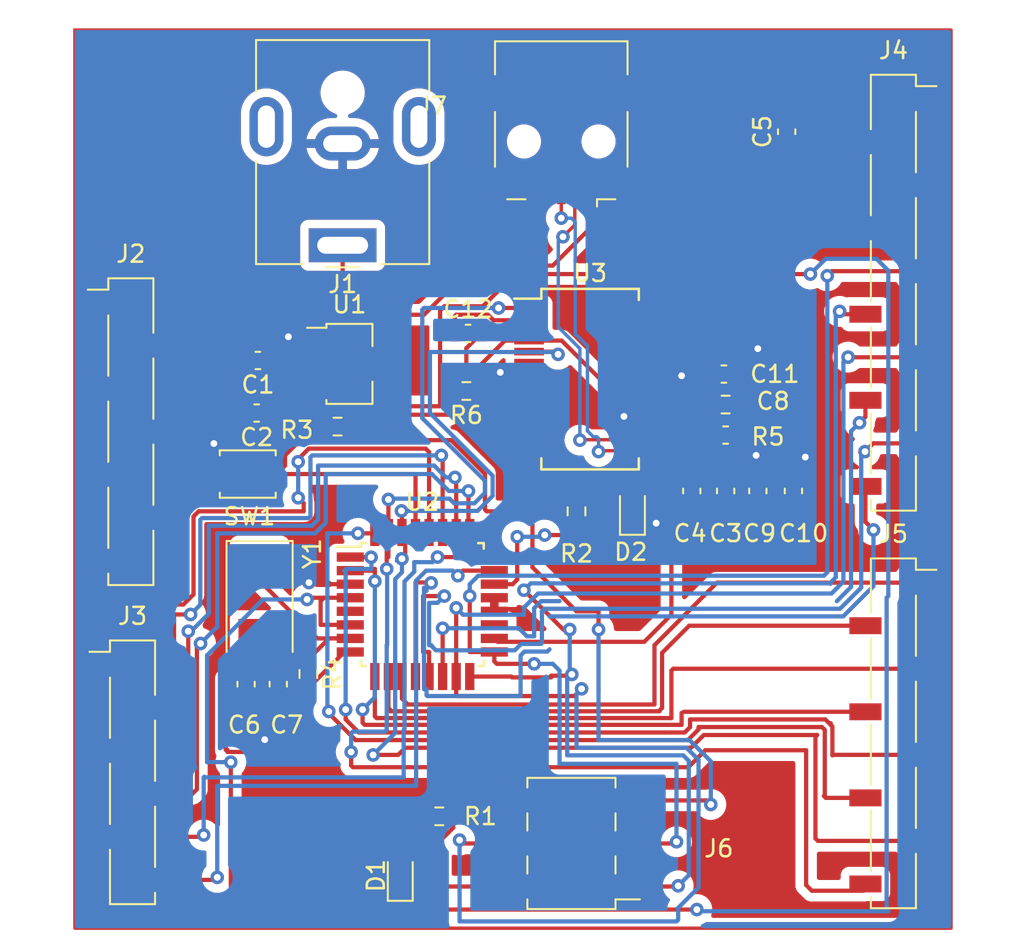
<source format=kicad_pcb>
(kicad_pcb (version 20211014) (generator pcbnew)
  (layers (0 "F.Cu" signal) (31 "B.Cu" signal) (34 "B.Paste" user) (35 "F.Paste" user) (36 "B.SilkS" user "B.Silkscreen") (37 "F.SilkS" user "F.Silkscreen") (38 "B.Mask" user) (39 "F.Mask" user) (44 "Edge.Cuts" user))
  (net 0 "")
  (net 1 "Vin")
  (net 2 "GND")
  (net 3 "5V")
  (net 4 "Net-(C6-Pad1)")
  (net 5 "Net-(C7-Pad1)")
  (net 6 "Net-(C8-Pad1)")
  (net 7 "Net-(C11-Pad1)")
  (net 8 "Net-(C12-Pad1)")
  (net 9 "RESET")
  (net 10 "Net-(D1-Pad2)")
  (net 11 "Net-(D2-Pad2)")
  (net 16 "ADC5")
  (net 17 "ADC4")
  (net 18 "ADC3")
  (net 19 "ADC2")
  (net 20 "ADC1")
  (net 21 "ADC0")
  (net 25 "PB5")
  (net 26 "PB4")
  (net 27 "PB3")
  (net 28 "PB2")
  (net 29 "PB1")
  (net 30 "PB0")
  (net 31 "PD7")
  (net 32 "PD6")
  (net 33 "PD5")
  (net 34 "PD4")
  (net 35 "PD3")
  (net 36 "PD2")
  (net 37 "/TX")
  (net 38 "/RX")
  (net 39 "D LED")
  (net 49 "/D-")
  (net 50 "/D+")
  (footprint "Capacitor_SMD:C_0603_1608Metric" (layer "F.Cu") (at 100.5 72.9 -90)
    (fp_text reference "C3")
    (fp_text value "100 nF")
  )
  (footprint "Capacitor_SMD:C_0603_1608Metric" (layer "F.Cu") (at 85.3 63.6)
    (fp_text reference "C12")
    (fp_text value "100 nF")
  )
  (footprint "Resistor_SMD:R_0603_1608Metric" (layer "F.Cu") (at 100.5 67.8 180)
    (fp_text reference "R5")
    (fp_text value "10K")
  )
  (footprint "Package_SO:SSOP-28_5.3x10.2mm_P0.65mm" (layer "F.Cu") (at 92.5 66.3)
    (fp_text reference "U3")
    (fp_text value "FT232RL")
  )
  (footprint "Capacitor_SMD:C_0603_1608Metric" (layer "F.Cu") (at 100.5 69.6)
    (fp_text reference "C8")
    (fp_text value "100 nF")
  )
  (footprint "Capacitor_SMD:C_0603_1608Metric" (layer "F.Cu") (at 104.5 72.9 -90)
    (fp_text reference "C10")
    (fp_text value "4.7 uF")
  )
  (footprint "Connector_PinSocket_2.54mm:PinSocket_1x10_P2.54mm_Vertical_SMD_Pin1Right" (layer "F.Cu") (at 110.4 61.2)
    (fp_text reference "J4")
    (fp_text value "Conn_01x10_Female")
  )
  (footprint "LED_SMD:LED_0603_1608Metric" (layer "F.Cu") (at 95 74 90)
    (fp_text reference "D2")
    (fp_text value "LED")
  )
  (footprint "Connector_PinSocket_2.54mm:PinSocket_1x07_P2.54mm_Vertical_SMD_Pin1Left" (layer "F.Cu") (at 65.4 69.4)
    (fp_text reference "J2")
    (fp_text value "Conn_01x07_Female")
  )
  (footprint "Capacitor_SMD:C_0603_1608Metric" (layer "F.Cu") (at 100.4 66)
    (fp_text reference "C11")
    (fp_text value "100 nF")
  )
  (footprint "Resistor_SMD:R_0603_1608Metric" (layer "F.Cu") (at 75.875 83.7 -90)
    (fp_text reference "R4")
    (fp_text value "1M")
  )
  (footprint "Connector_BarrelJack:BarrelJack_CUI_PJ-063AH_Horizontal" (layer "F.Cu") (at 77.9 58.4 180)
    (fp_text reference "J1")
    (fp_text value "Barrel_Jack")
  )
  (footprint "Capacitor_SMD:C_0603_1608Metric" (layer "F.Cu") (at 104.1 51.7 90)
    (fp_text reference "C5")
    (fp_text value "100 nF")
  )
  (footprint "Connector_PinSocket_2.54mm:PinSocket_1x06_P2.54mm_Vertical_SMD_Pin1Left" (layer "F.Cu") (at 65.5 89.5)
    (fp_text reference "J3")
    (fp_text value "Conn_01x06_Female")
  )
  (footprint "Capacitor_SMD:C_0603_1608Metric" (layer "F.Cu") (at 74.1 84.3 -90)
    (fp_text reference "C7")
    (fp_text value "20 pF")
  )
  (footprint "Connector_PinHeader_2.54mm:PinHeader_2x03_P2.54mm_Vertical_SMD" (layer "F.Cu") (at 91.4 93.7 180)
    (fp_text reference "J6")
    (fp_text value "ICSP")
  )
  (footprint "Resistor_SMD:R_0603_1608Metric" (layer "F.Cu") (at 91.7 74.1 90)
    (fp_text reference "R2")
    (fp_text value "300")
  )
  (footprint "Capacitor_SMD:C_0603_1608Metric" (layer "F.Cu") (at 72.9 65.2 180)
    (fp_text reference "C1")
    (fp_text value "10 uF")
  )
  (footprint "Crystal:Crystal_SMD_0603-2Pin_6.0x3.5mm" (layer "F.Cu") (at 73 79.2 -90)
    (fp_text reference "Y1")
    (fp_text value "CSTCE16M0V53-R0")
  )
  (footprint "Connector_PinSocket_2.54mm:PinSocket_1x08_P2.54mm_Vertical_SMD_Pin1Right" (layer "F.Cu") (at 110.4 87.2)
    (fp_text reference "J5")
    (fp_text value "Conn_01x08_Female")
  )
  (footprint "Resistor_SMD:R_0603_1608Metric" (layer "F.Cu") (at 85.2 67 180)
    (fp_text reference "R6")
    (fp_text value "10K")
  )
  (footprint "Button_Switch_SMD:SW_SPST_B3U-1000P" (layer "F.Cu") (at 72.3 71.9 180)
    (fp_text reference "SW1")
    (fp_text value "Reset_PB")
  )
  (footprint "Capacitor_SMD:C_0603_1608Metric" (layer "F.Cu") (at 102.4 72.9 -90)
    (fp_text reference "C9")
    (fp_text value "100 nF")
  )
  (footprint "LED_SMD:LED_0603_1608Metric" (layer "F.Cu") (at 81.3 95.6 90)
    (fp_text reference "D1")
    (fp_text value "LED")
  )
  (footprint "Resistor_SMD:R_0603_1608Metric" (layer "F.Cu") (at 77.6 69.1)
    (fp_text reference "R3")
    (fp_text value "10K")
  )
  (footprint "Capacitor_SMD:C_0603_1608Metric" (layer "F.Cu") (at 98.5 72.9 -90)
    (fp_text reference "C4")
    (fp_text value "100 nF")
  )
  (footprint "Package_TO_SOT_SMD:SOT-89-3" (layer "F.Cu") (at 78 65.4)
    (fp_text reference "U1")
    (fp_text value "KIA1117-5.0")
  )
  (footprint "Capacitor_SMD:C_0603_1608Metric" (layer "F.Cu") (at 72.825 68.3 180)
    (fp_text reference "C2")
    (fp_text value "100 uF")
  )
  (footprint "Package_QFP:TQFP-32_7x7mm_P0.8mm" (layer "F.Cu") (at 82.6 79.6)
    (fp_text reference "U2")
    (fp_text value "ATMEGA328P-AU")
  )
  (footprint "Connector_USB:USB_Mini-B_Lumberg_2486_01_Horizontal" (layer "F.Cu") (at 90.8 52.275 180)
    (fp_text reference "J7")
    (fp_text value "USB_B")
  )
  (footprint "Capacitor_SMD:C_0603_1608Metric" (layer "F.Cu") (at 72.2 84.3 -90)
    (fp_text reference "C6")
    (fp_text value "20 pF")
  )
  (footprint "Resistor_SMD:R_0603_1608Metric" (layer "F.Cu") (at 83.6 92.1 180)
    (fp_text reference "R1")
    (fp_text value "300")
  )
  (gr_rect (start 62.1 98.7) (end 113.8 45.7) (layer "F.Cu") (width 0.2) (fill none))
  (segment (start 76.2375 65.2) (end 76.4375 65.4) (width 0.25) (layer "F.Cu") (net 1))
  (segment (start 74.9 62.5) (end 77.9 62.5) (width 0.25) (layer "F.Cu") (net 1))
  (segment (start 78.1 62.5) (end 77.9 62.3) (width 0.25) (layer "F.Cu") (net 1))
  (segment (start 73.675 65.2) (end 76.2375 65.2) (width 0.25) (layer "F.Cu") (net 1))
  (segment (start 92.4 57.5) (end 92.4 54.975) (width 0.25) (layer "F.Cu") (net 1))
  (segment (start 90.3 59.6) (end 92.4 57.5) (width 0.25) (layer "F.Cu") (net 1))
  (segment (start 77.9 62.5) (end 78.1 62.5) (width 0.25) (layer "F.Cu") (net 1))
  (segment (start 85.6 59.6) (end 90.3 59.6) (width 0.25) (layer "F.Cu") (net 1))
  (segment (start 77.9 62.3) (end 77.9 58.4) (width 0.25) (layer "F.Cu") (net 1))
  (segment (start 77.9 62.5) (end 82.7 62.5) (width 0.25) (layer "F.Cu") (net 1))
  (segment (start 73.675 63.725) (end 74.9 62.5) (width 0.25) (layer "F.Cu") (net 1))
  (segment (start 73.675 65.2) (end 73.675 63.725) (width 0.25) (layer "F.Cu") (net 1))
  (segment (start 82.7 62.5) (end 85.6 59.6) (width 0.25) (layer "F.Cu") (net 1))
  (segment (start 87.275 65.975) (end 87.2 65.9) (width 0.25) (layer "F.Cu") (net 2))
  (segment (start 100.5 73.675) (end 98.5 73.675) (width 0.25) (layer "F.Cu") (net 2))
  (segment (start 73.225 85.075) (end 73.225 87.5005) (width 0.25) (layer "F.Cu") (net 2))
  (segment (start 96.1 66.625) (end 97.375 66.625) (width 0.25) (layer "F.Cu") (net 2))
  (segment (start 70.6 71.9) (end 70.6 70.4) (width 0.25) (layer "F.Cu") (net 2))
  (segment (start 104.5 73.675) (end 102.4 73.675) (width 0.25) (layer "F.Cu") (net 2))
  (segment (start 72.2 85.075) (end 73.225 85.075) (width 0.25) (layer "F.Cu") (net 2))
  (segment (start 97.375 66.625) (end 97.9 66.1) (width 0.25) (layer "F.Cu") (net 2))
  (segment (start 101.275 69.775) (end 102.3 70.8) (width 0.25) (layer "F.Cu") (net 2))
  (segment (start 97.9 64.7) (end 97.9 66.1) (width 0.25) (layer "F.Cu") (net 2))
  (segment (start 88.9 65.975) (end 87.275 65.975) (width 0.25) (layer "F.Cu") (net 2))
  (segment (start 101.275 69.6) (end 101.275 69.775) (width 0.25) (layer "F.Cu") (net 2))
  (segment (start 96.3875 74.7875) (end 96.4 74.8) (width 0.25) (layer "F.Cu") (net 2))
  (segment (start 101.1 64.5) (end 101.1 65.925) (width 0.25) (layer "F.Cu") (net 2))
  (segment (start 94.575 68.575) (end 94.5 68.5) (width 0.25) (layer "F.Cu") (net 2))
  (segment (start 97.225 64.025) (end 97.9 64.7) (width 0.25) (layer "F.Cu") (net 2))
  (segment (start 73.225 87.5005) (end 73.3 87.5755) (width 0.25) (layer "F.Cu") (net 2))
  (segment (start 78.35 78.4) (end 76.003766 78.4) (width 0.25) (layer "F.Cu") (net 2))
  (segment (start 105.875 73.675) (end 105.9 73.7) (width 0.25) (layer "F.Cu") (net 2))
  (segment (start 101.1 65.925) (end 101.175 66) (width 0.25) (layer "F.Cu") (net 2))
  (segment (start 96.1 68.575) (end 94.575 68.575) (width 0.25) (layer "F.Cu") (net 2))
  (segment (start 105.9 71.6) (end 105.2 70.9) (width 0.25) (layer "F.Cu") (net 2))
  (segment (start 96.1 64.025) (end 97.225 64.025) (width 0.25) (layer "F.Cu") (net 2))
  (segment (start 74.8 63.9) (end 74.7 63.8) (width 0.25) (layer "F.Cu") (net 2))
  (segment (start 76.35 63.9) (end 74.8 63.9) (width 0.25) (layer "F.Cu") (net 2))
  (segment (start 104.5 73.675) (end 105.875 73.675) (width 0.25) (layer "F.Cu") (net 2))
  (segment (start 95 74.7875) (end 96.3875 74.7875) (width 0.25) (layer "F.Cu") (net 2))
  (segment (start 105.9 73.7) (end 105.9 71.6) (width 0.25) (layer "F.Cu") (net 2))
  (segment (start 73.225 85.075) (end 74.1 85.075) (width 0.25) (layer "F.Cu") (net 2))
  (segment (start 70.6 70.4) (end 70.3 70.1) (width 0.25) (layer "F.Cu") (net 2))
  (segment (start 102.4 64.5) (end 101.1 64.5) (width 0.25) (layer "F.Cu") (net 2))
  (segment (start 76.003766 78.4) (end 75.910377 78.306611) (width 0.25) (layer "F.Cu") (net 2))
  (via (at 74.7 63.8) (size 0.8) (drill 0.4) (layers "F.Cu" "B.Cu") (net 2))
  (via (at 102.4 64.5) (size 0.8) (drill 0.4) (layers "F.Cu" "B.Cu") (net 2))
  (via (at 75.910377 78.306611) (size 0.8) (drill 0.4) (layers "F.Cu" "B.Cu") (net 2))
  (via (at 102.3 70.8) (size 0.8) (drill 0.4) (layers "F.Cu" "B.Cu") (net 2))
  (via (at 70.3 70.1) (size 0.8) (drill 0.4) (layers "F.Cu" "B.Cu") (net 2))
  (via (at 94.5 68.5) (size 0.8) (drill 0.4) (layers "F.Cu" "B.Cu") (net 2))
  (via (at 73.3 87.5755) (size 0.8) (drill 0.4) (layers "F.Cu" "B.Cu") (net 2))
  (via (at 97.9 66.1) (size 0.8) (drill 0.4) (layers "F.Cu" "B.Cu") (net 2))
  (via (at 105.2 70.9) (size 0.8) (drill 0.4) (layers "F.Cu" "B.Cu") (net 2))
  (via (at 87.2 65.9) (size 0.8) (drill 0.4) (layers "F.Cu" "B.Cu") (net 2))
  (via (at 96.4 74.8) (size 0.8) (drill 0.4) (layers "F.Cu" "B.Cu") (net 2))
  (segment (start 102.3 70.8) (end 102.4 70.7) (width 0.25) (layer "B.Cu") (net 2))
  (segment (start 102.4 70.7) (end 102.4 64.5) (width 0.25) (layer "B.Cu") (net 2))
  (segment (start 98.5 60.1) (end 104.2 60.1) (width 0.25) (layer "F.Cu") (net 3))
  (segment (start 96.1 67.275) (end 94.075 67.275) (width 0.25) (layer "F.Cu") (net 3))
  (segment (start 76.35 68.675) (end 76.775 69.1) (width 0.25) (layer "F.Cu") (net 3))
  (segment (start 88.875 96.24) (end 83.74 96.24) (width 0.25) (layer "F.Cu") (net 3))
  (segment (start 88.875 97.225) (end 88.875 96.24) (width 0.25) (layer "F.Cu") (net 3))
  (segment (start 97.3 72.1) (end 98.475 72.1) (width 0.25) (layer "F.Cu") (net 3))
  (segment (start 104.2 60.1) (end 105.5 60.1) (width 0.25) (layer "F.Cu") (net 3))
  (segment (start 88.7 97.4) (end 88.875 97.225) (width 0.25) (layer "F.Cu") (net 3))
  (segment (start 86.174695 62) (end 88.074695 60.1) (width 0.25) (layer "F.Cu") (net 3))
  (segment (start 88.9 97.6) (end 71.6 97.6) (width 0.25) (layer "F.Cu") (net 3))
  (segment (start 75 66.9) (end 76.35 66.9) (width 0.25) (layer "F.Cu") (net 3))
  (segment (start 98.5 67.3) (end 98.7 67.1) (width 0.25) (layer "F.Cu") (net 3))
  (segment (start 76.775 68.725) (end 77.6 67.9) (width 0.25) (layer "F.Cu") (net 3))
  (segment (start 98.5 72.125) (end 100.5 72.125) (width 0.25) (layer "F.Cu") (net 3))
  (segment (start 76.8 79.2) (end 78.35 79.2) (width 0.25) (layer "F.Cu") (net 3))
  (segment (start 98.475 72.1) (end 98.5 72.125) (width 0.25) (layer "F.Cu") (net 3))
  (segment (start 76.6 79.4) (end 76.8 79.2) (width 0.25) (layer "F.Cu") (net 3))
  (segment (start 104.2 63.6) (end 98.8 63.6) (width 0.25) (layer "F.Cu") (net 3))
  (segment (start 88.9 97.6) (end 88.7 97.4) (width 0.25) (layer "F.Cu") (net 3))
  (segment (start 104.475 72.1) (end 104.475 67.625) (width 0.25) (layer "F.Cu") (net 3))
  (segment (start 88.074695 60.1) (end 98.5 60.1) (width 0.25) (layer "F.Cu") (net 3))
  (segment (start 97.3 80.2) (end 97.3 72.1) (width 0.25) (layer "F.Cu") (net 3))
  (segment (start 71.3 97.5) (end 71.3 91.0245) (width 0.25) (layer "F.Cu") (net 3))
  (segment (start 98.5 60.1) (end 98.7 60.1) (width 0.25) (layer "F.Cu") (net 3))
  (segment (start 75.8 79.3) (end 75.9 79.2) (width 0.25) (layer "F.Cu") (net 3))
  (segment (start 104.475 63.875) (end 104.2 63.6) (width 0.25) (layer "F.Cu") (net 3))
  (segment (start 102.4 72.125) (end 100.5 72.125) (width 0.25) (layer "F.Cu") (net 3))
  (segment (start 104.475 67.625) (end 104.475 63.875) (width 0.25) (layer "F.Cu") (net 3))
  (segment (start 104.1 60) (end 104.2 60.1) (width 0.25) (layer "F.Cu") (net 3))
  (segment (start 98.8 60.2) (end 98.8 63.6) (width 0.25) (layer "F.Cu") (net 3))
  (segment (start 96.1 67.275) (end 98.475 67.275) (width 0.25) (layer "F.Cu") (net 3))
  (segment (start 95.7 81.8) (end 97.3 80.2) (width 0.25) (layer "F.Cu") (net 3))
  (segment (start 86.025 65.475) (end 87.475 64.025) (width 0.25) (layer "F.Cu") (net 3))
  (segment (start 86.85 81.6) (end 87.05 81.8) (width 0.25) (layer "F.Cu") (net 3))
  (segment (start 83.9 62) (end 86.174695 62) (width 0.25) (layer "F.Cu") (net 3))
  (segment (start 71.5 97.7) (end 71.3 97.5) (width 0.25) (layer "F.Cu") (net 3))
  (segment (start 87.475 64.025) (end 88.9 64.025) (width 0.25) (layer "F.Cu") (net 3))
  (segment (start 73.6 68.3) (end 75 66.9) (width 0.25) (layer "F.Cu") (net 3))
  (segment (start 76.775 69.1) (end 76.775 68.725) (width 0.25) (layer "F.Cu") (net 3))
  (segment (start 104.5 72.125) (end 102.4 72.125) (width 0.25) (layer "F.Cu") (net 3))
  (segment (start 77.6 67.9) (end 83.6 67.9) (width 0.25) (layer "F.Cu") (net 3))
  (segment (start 104.1 52.475) (end 104.1 60) (width 0.25) (layer "F.Cu") (net 3))
  (segment (start 84.425 92.775) (end 83.7 93.5) (width 0.25) (layer "F.Cu") (net 3))
  (segment (start 90.825 64.025) (end 88.9 64.025) (width 0.25) (layer "F.Cu") (net 3))
  (segment (start 71.3 91.0245) (end 71.3 88.9) (width 0.25) (layer "F.Cu") (net 3))
  (segment (start 83.7 93.5) (end 83.7 96.2) (width 0.25) (layer "F.Cu") (net 3))
  (segment (start 87.05 81.8) (end 95.7 81.8) (width 0.25) (layer "F.Cu") (net 3))
  (segment (start 83.74 96.24) (end 83.7 96.2) (width 0.25) (layer "F.Cu") (net 3))
  (segment (start 98.7 67.1) (end 98.7 64.9) (width 0.25) (layer "F.Cu") (net 3))
  (segment (start 83.7 67.8) (end 83.65 67.75) (width 0.25) (layer "F.Cu") (net 3))
  (segment (start 94.075 67.275) (end 90.825 64.025) (width 0.25) (layer "F.Cu") (net 3))
  (segment (start 78.35 80.8) (end 76.6 80.8) (width 0.25) (layer "F.Cu") (net 3))
  (segment (start 86.025 67) (end 86.025 65.475) (width 0.25) (layer "F.Cu") (net 3))
  (segment (start 71.6 97.6) (end 71.5 97.7) (width 0.25) (layer "F.Cu") (net 3))
  (segment (start 98.7 64.9) (end 98.8 64.9) (width 0.25) (layer "F.Cu") (net 3))
  (segment (start 84.425 92.1) (end 84.425 92.775) (width 0.25) (layer "F.Cu") (net 3))
  (segment (start 98.8 63.6) (end 98.8 64.9) (width 0.25) (layer "F.Cu") (net 3))
  (segment (start 104.3 67.8) (end 104.475 67.625) (width 0.25) (layer "F.Cu") (net 3))
  (segment (start 76.35 66.9) (end 76.35 68.675) (width 0.25) (layer "F.Cu") (net 3))
  (segment (start 83.65 62.25) (end 83.9 62) (width 0.25) (layer "F.Cu") (net 3))
  (segment (start 98.8 97.6) (end 88.9 97.6) (width 0.25) (layer "F.Cu") (net 3))
  (segment (start 83.65 67.75) (end 83.65 62.25) (width 0.25) (layer "F.Cu") (net 3))
  (segment (start 83.6 67.9) (end 83.7 67.8) (width 0.25) (layer "F.Cu") (net 3))
  (segment (start 98.7 60.1) (end 98.8 60.2) (width 0.25) (layer "F.Cu") (net 3))
  (segment (start 98.475 67.275) (end 98.5 67.3) (width 0.25) (layer "F.Cu") (net 3))
  (segment (start 101.325 67.8) (end 104.3 67.8) (width 0.25) (layer "F.Cu") (net 3))
  (segment (start 76.6 80.8) (end 76.6 79.4) (width 0.25) (layer "F.Cu") (net 3))
  (segment (start 104.5 72.125) (end 104.475 72.1) (width 0.25) (layer "F.Cu") (net 3))
  (segment (start 75.9 79.2) (end 76.8 79.2) (width 0.25) (layer "F.Cu") (net 3))
  (via (at 98.8 97.6) (size 0.8) (drill 0.4) (layers "F.Cu" "B.Cu") (net 3))
  (via (at 105.5 60.1) (size 0.8) (drill 0.4) (layers "F.Cu" "B.Cu") (net 3))
  (via (at 71.3 88.9) (size 0.8) (drill 0.4) (layers "F.Cu" "B.Cu") (net 3))
  (via (at 75.8 79.3) (size 0.8) (drill 0.4) (layers "F.Cu" "B.Cu") (net 3))
  (segment (start 110.1 59.9) (end 110.1 68.6) (width 0.25) (layer "B.Cu") (net 3))
  (segment (start 106.4 59.2) (end 109.4 59.2) (width 0.25) (layer "B.Cu") (net 3))
  (segment (start 106.3 59.3) (end 106.4 59.2) (width 0.25) (layer "B.Cu") (net 3))
  (segment (start 69.9 88.9) (end 69.9 82.6) (width 0.25) (layer "B.Cu") (net 3))
  (segment (start 110 97.6) (end 110.1 97.7) (width 0.25) (layer "B.Cu") (net 3))
  (segment (start 110.1 79.1) (end 110 79.2) (width 0.25) (layer "B.Cu") (net 3))
  (segment (start 110.1 97.7) (end 98.9 97.7) (width 0.25) (layer "B.Cu") (net 3))
  (segment (start 98.9 97.7) (end 98.8 97.6) (width 0.25) (layer "B.Cu") (net 3))
  (segment (start 69.9 82.6) (end 73.1 79.4) (width 0.25) (layer "B.Cu") (net 3))
  (segment (start 73.1 79.4) (end 73.2 79.3) (width 0.25) (layer "B.Cu") (net 3))
  (segment (start 71.3 88.9) (end 69.9 88.9) (width 0.25) (layer "B.Cu") (net 3))
  (segment (start 73.2 79.3) (end 75.8 79.3) (width 0.25) (layer "B.Cu") (net 3))
  (segment (start 105.5 60.1) (end 106.3 59.3) (width 0.25) (layer "B.Cu") (net 3))
  (segment (start 109.4 59.2) (end 110.1 59.9) (width 0.25) (layer "B.Cu") (net 3))
  (segment (start 110.1 68.6) (end 110.1 79.1) (width 0.25) (layer "B.Cu") (net 3))
  (segment (start 110 79.2) (end 110 97.6) (width 0.25) (layer "B.Cu") (net 3))
  (segment (start 73 82.4) (end 73 81.4) (width 0.25) (layer "F.Cu") (net 4))
  (segment (start 75.6 84.8) (end 75.875 84.525) (width 0.25) (layer "F.Cu") (net 4))
  (segment (start 72.2 83.525) (end 72.2 83.2) (width 0.25) (layer "F.Cu") (net 4))
  (segment (start 71.475 83.525) (end 71 84) (width 0.25) (layer "F.Cu") (net 4))
  (segment (start 75.6 88.3) (end 75.6 84.8) (width 0.25) (layer "F.Cu") (net 4))
  (segment (start 78.35 82.4) (end 78 82.4) (width 0.25) (layer "F.Cu") (net 4))
  (segment (start 72.2 83.525) (end 71.475 83.525) (width 0.25) (layer "F.Cu") (net 4))
  (segment (start 78 82.4) (end 75.875 84.525) (width 0.25) (layer "F.Cu") (net 4))
  (segment (start 71.1 88.3) (end 75.6 88.3) (width 0.25) (layer "F.Cu") (net 4))
  (segment (start 72.2 83.2) (end 73 82.4) (width 0.25) (layer "F.Cu") (net 4))
  (segment (start 71 88.175) (end 71.1 88.175) (width 0.25) (layer "F.Cu") (net 4))
  (segment (start 71 84) (end 71 88.175) (width 0.25) (layer "F.Cu") (net 4))
  (segment (start 73 77) (end 73 78.2) (width 0.25) (layer "F.Cu") (net 5))
  (segment (start 74.1 83.525) (end 75.225 83.525) (width 0.25) (layer "F.Cu") (net 5))
  (segment (start 75.875 82.875) (end 75.875 82.825) (width 0.25) (layer "F.Cu") (net 5))
  (segment (start 75.875 82.825) (end 77.1 81.6) (width 0.25) (layer "F.Cu") (net 5))
  (segment (start 76.4 81.6) (end 78.35 81.6) (width 0.25) (layer "F.Cu") (net 5))
  (segment (start 75.225 83.525) (end 75.875 82.875) (width 0.25) (layer "F.Cu") (net 5))
  (segment (start 73 78.2) (end 76.4 81.6) (width 0.25) (layer "F.Cu") (net 5))
  (segment (start 77.1 81.6) (end 78.35 81.6) (width 0.25) (layer "F.Cu") (net 5))
  (segment (start 99.725 69.6) (end 99.35 69.225) (width 0.25) (layer "F.Cu") (net 6))
  (segment (start 99.35 69.225) (end 96.1 69.225) (width 0.25) (layer "F.Cu") (net 6))
  (segment (start 99.55 67.925) (end 99.675 67.8) (width 0.25) (layer "F.Cu") (net 7))
  (segment (start 99.675 67.8) (end 99.675 66.05) (width 0.25) (layer "F.Cu") (net 7))
  (segment (start 96.1 67.925) (end 99.55 67.925) (width 0.25) (layer "F.Cu") (net 7))
  (segment (start 99.675 66.05) (end 99.625 66) (width 0.25) (layer "F.Cu") (net 7))
  (segment (start 86.474695 62.5) (end 86.799695 62.825) (width 0.25) (layer "F.Cu") (net 8))
  (segment (start 84.525 63.6) (end 84.525 62.575) (width 0.25) (layer "F.Cu") (net 8))
  (segment (start 84.6 62.5) (end 86.474695 62.5) (width 0.25) (layer "F.Cu") (net 8))
  (segment (start 84.525 62.575) (end 84.6 62.5) (width 0.25) (layer "F.Cu") (net 8))
  (segment (start 86.799695 62.825) (end 88.8 62.825) (width 0.25) (layer "F.Cu") (net 8))
  (segment (start 88.8 62.825) (end 88.9 62.725) (width 0.25) (layer "F.Cu") (net 8))
  (segment (start 86.3 71.9) (end 86.3 74) (width 0.25) (layer "F.Cu") (net 9))
  (segment (start 84.375 68.225) (end 84.375 67) (width 0.25) (layer "F.Cu") (net 9))
  (segment (start 82.2 75.35) (end 82.2 72) (width 0.25) (layer "F.Cu") (net 9))
  (segment (start 69.3 73.5) (end 74.2 73.5) (width 0.25) (layer "F.Cu") (net 9))
  (segment (start 78.425 69.1) (end 78.8 69.1) (width 0.25) (layer "F.Cu") (net 9))
  (segment (start 68.32 74.48) (end 69.3 73.5) (width 0.25) (layer "F.Cu") (net 9))
  (segment (start 88.3 74.1) (end 89.1 74.9) (width 0.25) (layer "F.Cu") (net 9))
  (segment (start 78.8 69.1) (end 79.5 68.4) (width 0.25) (layer "F.Cu") (net 9))
  (segment (start 93 80) (end 93 81.0755) (width 0.25) (layer "F.Cu") (net 9))
  (segment (start 86.4 74.1) (end 88.3 74.1) (width 0.25) (layer "F.Cu") (net 9))
  (segment (start 86.3 74) (end 86.4 74.1) (width 0.25) (layer "F.Cu") (net 9))
  (segment (start 74.2 73.5) (end 74 73.3) (width 0.25) (layer "F.Cu") (net 9))
  (segment (start 99.6245 91.4) (end 99.3845 91.16) (width 0.25) (layer "F.Cu") (net 9))
  (segment (start 99.3845 91.16) (end 93.925 91.16) (width 0.25) (layer "F.Cu") (net 9))
  (segment (start 79.3 68.6) (end 79.3 69.9) (width 0.25) (layer "F.Cu") (net 9))
  (segment (start 74 71.9) (end 74.5 71.4) (width 0.25) (layer "F.Cu") (net 9))
  (segment (start 82.2 72) (end 82.1 71.9) (width 0.25) (layer "F.Cu") (net 9))
  (segment (start 84.375 67) (end 84.375 66.625) (width 0.25) (layer "F.Cu") (net 9))
  (segment (start 79.25 69.95) (end 79.3 69.9) (width 0.25) (layer "F.Cu") (net 9))
  (segment (start 82.1 71.9) (end 74 71.9) (width 0.25) (layer "F.Cu") (net 9))
  (segment (start 75.35 69.95) (end 79.25 69.95) (width 0.25) (layer "F.Cu") (net 9))
  (segment (start 89.1 77.4) (end 91.7 80) (width 0.25) (layer "F.Cu") (net 9))
  (segment (start 74.5 70.8) (end 75.35 69.95) (width 0.25) (layer "F.Cu") (net 9))
  (segment (start 89.1 74.9) (end 89.1 77.4) (width 0.25) (layer "F.Cu") (net 9))
  (segment (start 67.05 74.48) (end 68.32 74.48) (width 0.25) (layer "F.Cu") (net 9))
  (segment (start 84.3 69.9) (end 86.3 71.9) (width 0.25) (layer "F.Cu") (net 9))
  (segment (start 74.5 71.4) (end 74.5 70.8) (width 0.25) (layer "F.Cu") (net 9))
  (segment (start 74 73.3) (end 74 71.9) (width 0.25) (layer "F.Cu") (net 9))
  (segment (start 84.2 68.4) (end 84.375 68.225) (width 0.25) (layer "F.Cu") (net 9))
  (segment (start 82.7 69.9) (end 84.3 69.9) (width 0.25) (layer "F.Cu") (net 9))
  (segment (start 79.5 68.4) (end 79.3 68.6) (width 0.25) (layer "F.Cu") (net 9))
  (segment (start 91.7 80) (end 93 80) (width 0.25) (layer "F.Cu") (net 9))
  (segment (start 79.5 68.4) (end 84.2 68.4) (width 0.25) (layer "F.Cu") (net 9))
  (segment (start 85.2 64.475) (end 86.075 63.6) (width 0.25) (layer "F.Cu") (net 9))
  (segment (start 79.3 69.9) (end 82.7 69.9) (width 0.25) (layer "F.Cu") (net 9))
  (segment (start 84.375 66.625) (end 85.2 65.8) (width 0.25) (layer "F.Cu") (net 9))
  (segment (start 85.2 65.8) (end 85.2 64.475) (width 0.25) (layer "F.Cu") (net 9))
  (via (at 99.6245 91.4) (size 0.8) (drill 0.4) (layers "F.Cu" "B.Cu") (net 9))
  (via (at 93 81.0755) (size 0.8) (drill 0.4) (layers "F.Cu" "B.Cu") (net 9))
  (segment (start 99.6245 88.851708) (end 99.6245 91.4) (width 0.25) (layer "B.Cu") (net 9))
  (segment (start 93 84.605129) (end 92.999034 84.606095) (width 0.25) (layer "B.Cu") (net 9))
  (segment (start 92.999034 84.606095) (end 92.999034 87.599034) (width 0.25) (layer "B.Cu") (net 9))
  (segment (start 93 87.6) (end 98.372792 87.6) (width 0.25) (layer "B.Cu") (net 9))
  (segment (start 99.136396 88.363604) (end 99.6245 88.851708) (width 0.25) (layer "B.Cu") (net 9))
  (segment (start 93 81.0755) (end 93 84.605129) (width 0.25) (layer "B.Cu") (net 9))
  (segment (start 98.372792 87.6) (end 99.136396 88.363604) (width 0.25) (layer "B.Cu") (net 9))
  (segment (start 92.999034 87.599034) (end 93 87.6) (width 0.25) (layer "B.Cu") (net 9))
  (segment (start 82.775 92.1) (end 82.775 93.3375) (width 0.25) (layer "F.Cu") (net 10))
  (segment (start 82.775 93.3375) (end 81.3 94.8125) (width 0.25) (layer "F.Cu") (net 10))
  (segment (start 94.9375 73.275) (end 95 73.2125) (width 0.25) (layer "F.Cu") (net 11))
  (segment (start 91.7 73.275) (end 94.9375 73.275) (width 0.25) (layer "F.Cu") (net 11))
  (segment (start 75.9 70.4) (end 82.8 70.4) (width 0.25) (layer "F.Cu") (net 16))
  (segment (start 82.8 70.4) (end 83 70.6) (width 0.25) (layer "F.Cu") (net 16))
  (segment (start 67.35 83.15) (end 67.5 83) (width 0.25) (layer "F.Cu") (net 16))
  (segment (start 83 70.6) (end 83 75.35) (width 0.25) (layer "F.Cu") (net 16))
  (segment (start 69.4 74.1) (end 75.6 74.1) (width 0.25) (layer "F.Cu") (net 16))
  (segment (start 69.1 79) (end 69.1 74.4) (width 0.25) (layer "F.Cu") (net 16))
  (segment (start 63.85 83.15) (end 67.35 83.15) (width 0.25) (layer "F.Cu") (net 16))
  (segment (start 69.1 74.4) (end 69.4 74.1) (width 0.25) (layer "F.Cu") (net 16))
  (segment (start 75.6 73.6245) (end 75.2755 73.3) (width 0.25) (layer "F.Cu") (net 16))
  (segment (start 67.5 79.6) (end 68.5 79.6) (width 0.25) (layer "F.Cu") (net 16))
  (segment (start 75.2755 71.0245) (end 75.9 70.4) (width 0.25) (layer "F.Cu") (net 16))
  (segment (start 75.2755 71.17413) (end 75.2755 71.0245) (width 0.25) (layer "F.Cu") (net 16))
  (segment (start 68.5 79.6) (end 69.1 79) (width 0.25) (layer "F.Cu") (net 16))
  (segment (start 67.5 83) (end 67.5 79.6) (width 0.25) (layer "F.Cu") (net 16))
  (segment (start 75.6 74.1) (end 75.6 73.6245) (width 0.25) (layer "F.Cu") (net 16))
  (via (at 75.2755 73.3) (size 0.8) (drill 0.4) (layers "F.Cu" "B.Cu") (net 16))
  (via (at 75.2755 71.17413) (size 0.8) (drill 0.4) (layers "F.Cu" "B.Cu") (net 16))
  (segment (start 75.2755 73.3) (end 75.2755 71.17413) (width 0.25) (layer "B.Cu") (net 16))
  (segment (start 67.95 83.186396) (end 67.536396 83.6) (width 0.25) (layer "F.Cu") (net 17))
  (segment (start 67.536396 83.6) (end 67.1 83.6) (width 0.25) (layer "F.Cu") (net 17))
  (segment (start 68.926565 80.185614) (end 68.014386 80.185614) (width 0.25) (layer "F.Cu") (net 17))
  (segment (start 67.15 83.65) (end 67.15 85.69) (width 0.25) (layer "F.Cu") (net 17))
  (segment (start 67.1 83.6) (end 67.15 83.65) (width 0.25) (layer "F.Cu") (net 17))
  (segment (start 67.95 80.25) (end 67.95 83.186396) (width 0.25) (layer "F.Cu") (net 17))
  (segment (start 83.8 70.8755) (end 83.7245 70.8) (width 0.25) (layer "F.Cu") (net 17))
  (segment (start 83.8 75.35) (end 83.8 70.8755) (width 0.25) (layer "F.Cu") (net 17))
  (segment (start 68.014386 80.185614) (end 67.95 80.25) (width 0.25) (layer "F.Cu") (net 17))
  (via (at 83.7245 70.8) (size 0.8) (drill 0.4) (layers "F.Cu" "B.Cu") (net 17))
  (via (at 68.926565 80.185614) (size 0.8) (drill 0.4) (layers "F.Cu" "B.Cu") (net 17))
  (segment (start 69.5 74.6) (end 69.6 74.5) (width 0.25) (layer "B.Cu") (net 17))
  (segment (start 75.9 74.5) (end 76 74.4) (width 0.25) (layer "B.Cu") (net 17))
  (segment (start 76 70.9) (end 76.1 70.8) (width 0.25) (layer "B.Cu") (net 17))
  (segment (start 76.1 70.8) (end 83.7245 70.8) (width 0.25) (layer "B.Cu") (net 17))
  (segment (start 69.6 74.5) (end 75.9 74.5) (width 0.25) (layer "B.Cu") (net 17))
  (segment (start 69.5 79.612179) (end 69.5 74.6) (width 0.25) (layer "B.Cu") (net 17))
  (segment (start 68.926565 80.185614) (end 69.5 79.612179) (width 0.25) (layer "B.Cu") (net 17))
  (segment (start 76 74.4) (end 76 70.9) (width 0.25) (layer "B.Cu") (net 17))
  (segment (start 68.789525 87.970475) (end 68.789525 81.175677) (width 0.25) (layer "F.Cu") (net 18))
  (segment (start 84.5245 72.1) (end 84.6 72.1755) (width 0.25) (layer "F.Cu") (net 18))
  (segment (start 84.6 72.1755) (end 84.6 75.35) (width 0.25) (layer "F.Cu") (net 18))
  (segment (start 63.85 88.23) (end 68.53 88.23) (width 0.25) (layer "F.Cu") (net 18))
  (segment (start 68.53 88.23) (end 68.789525 87.970475) (width 0.25) (layer "F.Cu") (net 18))
  (via (at 68.789525 81.175677) (size 0.8) (drill 0.4) (layers "F.Cu" "B.Cu") (net 18))
  (via (at 84.5245 72.1) (size 0.8) (drill 0.4) (layers "F.Cu" "B.Cu") (net 18))
  (segment (start 70 74.95) (end 76.086396 74.95) (width 0.25) (layer "B.Cu") (net 18))
  (segment (start 68.789525 81.175677) (end 68.961807 81.175677) (width 0.25) (layer "B.Cu") (net 18))
  (segment (start 76.45 74.586396) (end 76.45 71.4) (width 0.25) (layer "B.Cu") (net 18))
  (segment (start 76.418198 74.618198) (end 76.45 74.586396) (width 0.25) (layer "B.Cu") (net 18))
  (segment (start 76.086396 74.95) (end 76.418198 74.618198) (width 0.25) (layer "B.Cu") (net 18))
  (segment (start 83.3 71.4) (end 83.6 71.7) (width 0.25) (layer "B.Cu") (net 18))
  (segment (start 70 80.137484) (end 70 74.95) (width 0.25) (layer "B.Cu") (net 18))
  (segment (start 83.6 71.7) (end 84 72.1) (width 0.25) (layer "B.Cu") (net 18))
  (segment (start 68.961807 81.175677) (end 70 80.137484) (width 0.25) (layer "B.Cu") (net 18))
  (segment (start 84 72.1) (end 84.5245 72.1) (width 0.25) (layer "B.Cu") (net 18))
  (segment (start 76.45 71.4) (end 83.3 71.4) (width 0.25) (layer "B.Cu") (net 18))
  (segment (start 67.15 90.77) (end 69.03 90.77) (width 0.25) (layer "F.Cu") (net 19))
  (segment (start 69.03 90.77) (end 69.3 90.5) (width 0.25) (layer "F.Cu") (net 19))
  (segment (start 69.3 82.114025) (end 69.514025 81.9) (width 0.25) (layer "F.Cu") (net 19))
  (segment (start 85.3245 72.9) (end 85.3245 75.2745) (width 0.25) (layer "F.Cu") (net 19))
  (segment (start 85.3245 75.2745) (end 85.4 75.35) (width 0.25) (layer "F.Cu") (net 19))
  (segment (start 69.3 90.5) (end 69.3 82.114025) (width 0.25) (layer "F.Cu") (net 19))
  (via (at 69.514025 81.9) (size 0.8) (drill 0.4) (layers "F.Cu" "B.Cu") (net 19))
  (via (at 85.3245 72.9) (size 0.8) (drill 0.4) (layers "F.Cu" "B.Cu") (net 19))
  (segment (start 76.272792 75.4) (end 76.9 74.772792) (width 0.25) (layer "B.Cu") (net 19))
  (segment (start 83.681802 72.418198) (end 84.163604 72.9) (width 0.25) (layer "B.Cu") (net 19))
  (segment (start 69.514025 81.9) (end 70.5 80.914025) (width 0.25) (layer "B.Cu") (net 19))
  (segment (start 76.9 74.772792) (end 76.9 71.9) (width 0.25) (layer "B.Cu") (net 19))
  (segment (start 84.163604 72.9) (end 85.1 72.9) (width 0.25) (layer "B.Cu") (net 19))
  (segment (start 76.9 71.9) (end 83.163604 71.9) (width 0.25) (layer "B.Cu") (net 19))
  (segment (start 83.163604 71.9) (end 83.681802 72.418198) (width 0.25) (layer "B.Cu") (net 19))
  (segment (start 70.5 80.914025) (end 70.5 75.4) (width 0.25) (layer "B.Cu") (net 19))
  (segment (start 70.5 75.4) (end 76.272792 75.4) (width 0.25) (layer "B.Cu") (net 19))
  (segment (start 85.1 72.9) (end 85.3245 72.9) (width 0.25) (layer "B.Cu") (net 19))
  (segment (start 86.85 76.8) (end 83.5 76.8) (width 0.25) (layer "F.Cu") (net 20))
  (segment (start 69.59 93.31) (end 69.7 93.2) (width 0.25) (layer "F.Cu") (net 20))
  (segment (start 63.85 93.31) (end 69.59 93.31) (width 0.25) (layer "F.Cu") (net 20))
  (via (at 69.7 93.2) (size 0.8) (drill 0.4) (layers "F.Cu" "B.Cu") (net 20))
  (via (at 83.5 76.8) (size 0.8) (drill 0.4) (layers "F.Cu" "B.Cu") (net 20))
  (segment (start 69.73381 89.76619) (end 69.7 89.8) (width 0.25) (layer "B.Cu") (net 20))
  (segment (start 69.7 89.8) (end 69.7 93.2) (width 0.25) (layer "B.Cu") (net 20))
  (segment (start 81.5 89.8) (end 69.76762 89.8) (width 0.25) (layer "B.Cu") (net 20))
  (segment (start 81.55 86.95) (end 81.5 87) (width 0.25) (layer "B.Cu") (net 20))
  (segment (start 83.2 77.1) (end 82.125 77.1) (width 0.25) (layer "B.Cu") (net 20))
  (segment (start 82.125 77.662299) (end 81.55 78.237299) (width 0.25) (layer "B.Cu") (net 20))
  (segment (start 81.5 87) (end 81.5 89.8) (width 0.25) (layer "B.Cu") (net 20))
  (segment (start 81.55 78.237299) (end 81.55 86.95) (width 0.25) (layer "B.Cu") (net 20))
  (segment (start 82.125 77.1) (end 82.125 77.662299) (width 0.25) (layer "B.Cu") (net 20))
  (segment (start 83.5 76.8) (end 83.2 77.1) (width 0.25) (layer "B.Cu") (net 20))
  (segment (start 69.76762 89.8) (end 69.73381 89.76619) (width 0.25) (layer "B.Cu") (net 20))
  (segment (start 70.35 95.85) (end 70.5 95.7) (width 0.25) (layer "F.Cu") (net 21))
  (segment (start 84.999503 77.6) (end 86.85 77.6) (width 0.25) (layer "F.Cu") (net 21))
  (segment (start 67.15 95.85) (end 70.35 95.85) (width 0.25) (layer "F.Cu") (net 21))
  (segment (start 84.7 77.899503) (end 84.999503 77.6) (width 0.25) (layer "F.Cu") (net 21))
  (via (at 70.5 95.7) (size 0.8) (drill 0.4) (layers "F.Cu" "B.Cu") (net 21))
  (via (at 84.7 77.899503) (size 0.8) (drill 0.4) (layers "F.Cu" "B.Cu") (net 21))
  (segment (start 84.399997 77.5995) (end 84.7 77.899503) (width 0.25) (layer "B.Cu") (net 21))
  (segment (start 70.5 95.7) (end 70.5 90.3) (width 0.25) (layer "B.Cu") (net 21))
  (segment (start 82.236396 90.3) (end 82.236396 78.187299) (width 0.25) (layer "B.Cu") (net 21))
  (segment (start 82.236396 78.187299) (end 82.824195 77.5995) (width 0.25) (layer "B.Cu") (net 21))
  (segment (start 70.5 90.3) (end 82.236396 90.3) (width 0.25) (layer "B.Cu") (net 21))
  (segment (start 82.824195 77.5995) (end 84.399997 77.5995) (width 0.25) (layer "B.Cu") (net 21))
  (segment (start 97.5 93.7) (end 97.6 93.6) (width 0.25) (layer "F.Cu") (net 25))
  (segment (start 86.85 82.95) (end 86.85 82.4) (width 0.25) (layer "F.Cu") (net 25))
  (segment (start 85.4 82.4) (end 86.85 82.4) (width 0.25) (layer "F.Cu") (net 25))
  (segment (start 106.77 59.93) (end 106.5 60.2) (width 0.25) (layer "F.Cu") (net 25))
  (segment (start 112.05 59.93) (end 106.77 59.93) (width 0.25) (layer "F.Cu") (net 25))
  (segment (start 87 83.1) (end 86.85 82.95) (width 0.25) (layer "F.Cu") (net 25))
  (segment (start 93.925 93.7) (end 97.5 93.7) (width 0.25) (layer "F.Cu") (net 25))
  (segment (start 85.4 79.1) (end 85.4 82.4) (width 0.25) (layer "F.Cu") (net 25))
  (segment (start 89.2 83.1) (end 87 83.1) (width 0.25) (layer "F.Cu") (net 25))
  (via (at 97.6 93.6) (size 0.8) (drill 0.4) (layers "F.Cu" "B.Cu") (net 25))
  (via (at 85.4 79.1) (size 0.8) (drill 0.4) (layers "F.Cu" "B.Cu") (net 25))
  (via (at 106.5 60.2) (size 0.8) (drill 0.4) (layers "F.Cu" "B.Cu") (net 25))
  (via (at 89.2 83.1) (size 0.8) (drill 0.4) (layers "F.Cu" "B.Cu") (net 25))
  (segment (start 106.3 77.9) (end 106.5 77.7) (width 0.25) (layer "B.Cu") (net 25))
  (segment (start 85.9 77.9) (end 106.3 77.9) (width 0.25) (layer "B.Cu") (net 25))
  (segment (start 90.3 83.1) (end 89.2 83.1) (width 0.25) (layer "B.Cu") (net 25))
  (segment (start 97.6 89) (end 97.6 93.6) (width 0.25) (layer "B.Cu") (net 25))
  (segment (start 85.4 79.1) (end 85.4 78.4) (width 0.25) (layer "B.Cu") (net 25))
  (segment (start 90.7 89) (end 97.6 89) (width 0.25) (layer "B.Cu") (net 25))
  (segment (start 85.4 78.4) (end 85.9 77.9) (width 0.25) (layer "B.Cu") (net 25))
  (segment (start 90.7 83.5) (end 90.7 89) (width 0.25) (layer "B.Cu") (net 25))
  (segment (start 90.7 83.5) (end 90.3 83.1) (width 0.25) (layer "B.Cu") (net 25))
  (segment (start 106.5 77.7) (end 106.5 60.2) (width 0.25) (layer "B.Cu") (net 25))
  (segment (start 91.3 81.0755) (end 90.917339 81.0755) (width 0.25) (layer "F.Cu") (net 26))
  (segment (start 107.3945 62.47) (end 107.2245 62.3) (width 0.25) (layer "F.Cu") (net 26))
  (segment (start 90.2 83.8) (end 90.2 83.9) (width 0.25) (layer "F.Cu") (net 26))
  (segment (start 97.66 96.24) (end 97.7 96.2) (width 0.25) (layer "F.Cu") (net 26))
  (segment (start 87.9 83.9) (end 87.85 83.85) (width 0.25) (layer "F.Cu") (net 26))
  (segment (start 87.85 83.85) (end 85.4 83.85) (width 0.25) (layer "F.Cu") (net 26))
  (segment (start 90.917339 81.0755) (end 88.597224 78.755385) (width 0.25) (layer "F.Cu") (net 26))
  (segment (start 108.75 62.47) (end 107.3945 62.47) (width 0.25) (layer "F.Cu") (net 26))
  (segment (start 91.349 83.8) (end 90.2 83.8) (width 0.25) (layer "F.Cu") (net 26))
  (segment (start 90.2 83.9) (end 87.9 83.9) (width 0.25) (layer "F.Cu") (net 26))
  (segment (start 93.925 96.24) (end 97.66 96.24) (width 0.25) (layer "F.Cu") (net 26))
  (segment (start 91.4245 83.7245) (end 91.349 83.8) (width 0.25) (layer "F.Cu") (net 26))
  (via (at 91.4245 83.7245) (size 0.8) (drill 0.4) (layers "F.Cu" "B.Cu") (net 26))
  (via (at 107.2245 62.3) (size 0.8) (drill 0.4) (layers "F.Cu" "B.Cu") (net 26))
  (via (at 91.3 81.0755) (size 0.8) (drill 0.4) (layers "F.Cu" "B.Cu") (net 26))
  (via (at 88.597224 78.755385) (size 0.8) (drill 0.4) (layers "F.Cu" "B.Cu") (net 26))
  (via (at 97.7 96.2) (size 0.8) (drill 0.4) (layers "F.Cu" "B.Cu") (net 26))
  (segment (start 106.65 78.35) (end 107 78) (width 0.25) (layer "B.Cu") (net 26))
  (segment (start 107 62.5245) (end 107.2245 62.3) (width 0.25) (layer "B.Cu") (net 26))
  (segment (start 98.325 95.575) (end 98.325 88.825) (width 0.25) (layer "B.Cu") (net 26))
  (segment (start 98.325 88.825) (end 98.2 88.7) (width 0.25) (layer "B.Cu") (net 26))
  (segment (start 89.002609 78.35) (end 92.75 78.35) (width 0.25) (layer "B.Cu") (net 26))
  (segment (start 97.7 96.2) (end 98.325 95.575) (width 0.25) (layer "B.Cu") (net 26))
  (segment (start 88.597224 78.755385) (end 89.002609 78.35) (width 0.25) (layer "B.Cu") (net 26))
  (segment (start 91.3 81.0755) (end 91.3 83.6) (width 0.25) (layer "B.Cu") (net 26))
  (segment (start 91.3 83.6) (end 91.4245 83.7245) (width 0.25) (layer "B.Cu") (net 26))
  (segment (start 107 78) (end 107 62.5245) (width 0.25) (layer "B.Cu") (net 26))
  (segment (start 91.15 83.999) (end 91.4245 83.7245) (width 0.25) (layer "B.Cu") (net 26))
  (segment (start 91.15 88.5) (end 91.15 83.999) (width 0.25) (layer "B.Cu") (net 26))
  (segment (start 106.65 78.35) (end 106.681802 78.381802) (width 0.25) (layer "B.Cu") (net 26))
  (segment (start 92.75 78.35) (end 106.65 78.35) (width 0.25) (layer "B.Cu") (net 26))
  (segment (start 98.2 88.7) (end 98 88.5) (width 0.25) (layer "B.Cu") (net 26))
  (segment (start 98 88.5) (end 91.15 88.5) (width 0.25) (layer "B.Cu") (net 26))
  (segment (start 112.05 65.01) (end 107.7345 65.01) (width 0.25) (layer "F.Cu") (net 27))
  (segment (start 91.5755 85) (end 92 84.5755) (width 0.25) (layer "F.Cu") (net 27))
  (segment (start 84.6 84.9) (end 84.7 85) (width 0.25) (layer "F.Cu") (net 27))
  (segment (start 84.7 85) (end 91.5755 85) (width 0.25) (layer "F.Cu") (net 27))
  (segment (start 107.7345 65.01) (end 107.7245 65) (width 0.25) (layer "F.Cu") (net 27))
  (segment (start 85 93.7) (end 84.8 93.5) (width 0.25) (layer "F.Cu") (net 27))
  (segment (start 84.6755 80) (end 84.6 80.0755) (width 0.25) (layer "F.Cu") (net 27))
  (segment (start 84.6 80.0755) (end 84.6 83.85) (width 0.25) (layer "F.Cu") (net 27))
  (segment (start 88.875 93.7) (end 85 93.7) (width 0.25) (layer "F.Cu") (net 27))
  (segment (start 84.6 83.85) (end 84.6 84.9) (width 0.25) (layer "F.Cu") (net 27))
  (via (at 84.8 93.5) (size 0.8) (drill 0.4) (layers "F.Cu" "B.Cu") (net 27))
  (via (at 107.7245 65) (size 0.8) (drill 0.4) (layers "F.Cu" "B.Cu") (net 27))
  (via (at 84.6 79.8) (size 0.8) (drill 0.4) (layers "F.Cu" "B.Cu") (net 27))
  (via (at 92 84.5755) (size 0.8) (drill 0.4) (layers "F.Cu" "B.Cu") (net 27))
  (segment (start 106.75 78.95) (end 89.85 78.95) (width 0.25) (layer "B.Cu") (net 27))
  (segment (start 98.9 88.763604) (end 98.186396 88.05) (width 0.25) (layer "B.Cu") (net 27))
  (segment (start 98.9 96.3) (end 98.9 88.763604) (width 0.25) (layer "B.Cu") (net 27))
  (segment (start 85 80.2) (end 88.3 80.2) (width 0.25) (layer "B.Cu") (net 27))
  (segment (start 97.6 98.3) (end 97.7 98.2) (width 0.25) (layer "B.Cu") (net 27))
  (segment (start 88.6 79.777208) (end 89.427208 78.95) (width 0.25) (layer "B.Cu") (net 27))
  (segment (start 107.45 78.25) (end 106.75 78.95) (width 0.25) (layer "B.Cu") (net 27))
  (segment (start 107.45 65.2745) (end 107.45 78.25) (width 0.25) (layer "B.Cu") (net 27))
  (segment (start 89.427208 78.95) (end 89.85 78.95) (width 0.25) (layer "B.Cu") (net 27))
  (segment (start 91.7 88) (end 91.7 84.8755) (width 0.25) (layer "B.Cu") (net 27))
  (segment (start 97.7 97.5) (end 98.9 96.3) (width 0.25) (layer "B.Cu") (net 27))
  (segment (start 107.7245 65) (end 107.45 65.2745) (width 0.25) (layer "B.Cu") (net 27))
  (segment (start 91.7 84.8755) (end 92 84.5755) (width 0.25) (layer "B.Cu") (net 27))
  (segment (start 88.3 80.2) (end 88.6 80.2) (width 0.25) (layer "B.Cu") (net 27))
  (segment (start 98.1 88.05) (end 91.75 88.05) (width 0.25) (layer "B.Cu") (net 27))
  (segment (start 88.6 80.2) (end 88.6 79.777208) (width 0.25) (layer "B.Cu") (net 27))
  (segment (start 97.7 98.2) (end 97.7 97.5) (width 0.25) (layer "B.Cu") (net 27))
  (segment (start 84.8 93.5) (end 84.8 98.3) (width 0.25) (layer "B.Cu") (net 27))
  (segment (start 84.6 79.8) (end 85 80.2) (width 0.25) (layer "B.Cu") (net 27))
  (segment (start 98.186396 88.05) (end 98.1 88.05) (width 0.25) (layer "B.Cu") (net 27))
  (segment (start 84.8 98.3) (end 97.6 98.3) (width 0.25) (layer "B.Cu") (net 27))
  (segment (start 91.75 88.05) (end 91.7 88) (width 0.25) (layer "B.Cu") (net 27))
  (segment (start 83.8 83.85) (end 83.8 81) (width 0.25) (layer "F.Cu") (net 28))
  (segment (start 108.75 68.5255) (end 108.4 68.8755) (width 0.25) (layer "F.Cu") (net 28))
  (segment (start 108.75 67.55) (end 108.75 68.5255) (width 0.25) (layer "F.Cu") (net 28))
  (via (at 83.8 81) (size 0.8) (drill 0.4) (layers "F.Cu" "B.Cu") (net 28))
  (via (at 108.4 68.8755) (size 0.8) (drill 0.4) (layers "F.Cu" "B.Cu") (net 28))
  (segment (start 88.3 81) (end 88.775 81.475) (width 0.25) (layer "B.Cu") (net 28))
  (segment (start 89.613604 79.4) (end 90.7 79.4) (width 0.25) (layer "B.Cu") (net 28))
  (segment (start 89.2 79.813604) (end 89.613604 79.4) (width 0.25) (layer "B.Cu") (net 28))
  (segment (start 107.9 69.3755) (end 108.4 68.8755) (width 0.25) (layer "B.Cu") (net 28))
  (segment (start 107.063604 79.4) (end 107.9 78.563604) (width 0.25) (layer "B.Cu") (net 28))
  (segment (start 89.2 81.475) (end 89.2 79.813604) (width 0.25) (layer "B.Cu") (net 28))
  (segment (start 83.8 81) (end 88.3 81) (width 0.25) (layer "B.Cu") (net 28))
  (segment (start 107.9 78.563604) (end 107.9 69.3755) (width 0.25) (layer "B.Cu") (net 28))
  (segment (start 88.775 81.475) (end 89.2 81.475) (width 0.25) (layer "B.Cu") (net 28))
  (segment (start 83.9 79.1) (end 82.65 79.1) (width 0.25) (layer "F.Cu") (net 29))
  (segment (start 109.210201 70.09) (end 108.7245 70.575701) (width 0.25) (layer "F.Cu") (net 29))
  (segment (start 112.05 70.09) (end 109.210201 70.09) (width 0.25) (layer "F.Cu") (net 29))
  (segment (start 82.65 82.4) (end 83 82.4) (width 0.25) (layer "F.Cu") (net 29))
  (segment (start 83 82.4) (end 83 83.85) (width 0.25) (layer "F.Cu") (net 29))
  (segment (start 82.65 79.1) (end 82.65 82.4) (width 0.25) (layer "F.Cu") (net 29))
  (via (at 83.9 79.1) (size 0.8) (drill 0.4) (layers "F.Cu" "B.Cu") (net 29))
  (via (at 108.7245 70.575701) (size 0.8) (drill 0.4) (layers "F.Cu" "B.Cu") (net 29))
  (segment (start 83.5 79.5) (end 83.15 79.5) (width 0.25) (layer "B.Cu") (net 29))
  (segment (start 83.55 79.1) (end 83.9 79.1) (width 0.25) (layer "B.Cu") (net 29))
  (segment (start 83.4 82.3) (end 88.063604 82.3) (width 0.25) (layer "B.Cu") (net 29))
  (segment (start 108.7245 70.575701) (end 108.5 70.800201) (width 0.25) (layer "B.Cu") (net 29))
  (segment (start 88.438604 81.925) (end 89.6 81.925) (width 0.25) (layer "B.Cu") (net 29))
  (segment (start 108.5 78.6) (end 107.25 79.85) (width 0.25) (layer "B.Cu") (net 29))
  (segment (start 89.6 81.925) (end 89.659188 81.865812) (width 0.25) (layer "B.Cu") (net 29))
  (segment (start 83 82) (end 83 79.5) (width 0.25) (layer "B.Cu") (net 29))
  (segment (start 83.9 79.1) (end 83.5 79.5) (width 0.25) (layer "B.Cu") (net 29))
  (segment (start 108.5 70.800201) (end 108.5 78.6) (width 0.25) (layer "B.Cu") (net 29))
  (segment (start 83.15 82) (end 83.15 82.05) (width 0.25) (layer "B.Cu") (net 29))
  (segment (start 88.063604 82.3) (end 88.438604 81.925) (width 0.25) (layer "B.Cu") (net 29))
  (segment (start 83.15 82.05) (end 83.4 82.3) (width 0.25) (layer "B.Cu") (net 29))
  (segment (start 107.25 79.85) (end 89.8 79.85) (width 0.25) (layer "B.Cu") (net 29))
  (segment (start 89.8 79.85) (end 89.8 79.972792) (width 0.25) (layer "B.Cu") (net 29))
  (segment (start 89.659188 81.865812) (end 89.659188 79.990812) (width 0.25) (layer "B.Cu") (net 29))
  (segment (start 89.659188 79.990812) (end 89.8 79.85) (width 0.25) (layer "B.Cu") (net 29))
  (segment (start 82.2 78.3) (end 83.1 78.3) (width 0.25) (layer "F.Cu") (net 30))
  (segment (start 82.2 83.85) (end 82.2 78.3) (width 0.25) (layer "F.Cu") (net 30))
  (segment (start 83.1 78.3) (end 83.1245 78.3245) (width 0.25) (layer "F.Cu") (net 30))
  (segment (start 108.75 74.7255) (end 108.75 72.63) (width 0.25) (layer "F.Cu") (net 30))
  (segment (start 109.2245 75.2) (end 108.75 74.7255) (width 0.25) (layer "F.Cu") (net 30))
  (via (at 83.1245 78.3245) (size 0.8) (drill 0.4) (layers "F.Cu" "B.Cu") (net 30))
  (via (at 109.2245 75.2) (size 0.8) (drill 0.4) (layers "F.Cu" "B.Cu") (net 30))
  (segment (start 82.9 85) (end 88.4 85) (width 0.25) (layer "B.Cu") (net 30))
  (segment (start 109.2245 78.511896) (end 107.436396 80.3) (width 0.25) (layer "B.Cu") (net 30))
  (segment (start 83.1245 78.3245) (end 82.85 78.599) (width 0.25) (layer "B.Cu") (net 30))
  (segment (start 107.436396 80.3) (end 90.109188 80.3) (width 0.25) (layer "B.Cu") (net 30))
  (segment (start 82.85 84.95) (end 82.85 84.6) (width 0.25) (layer "B.Cu") (net 30))
  (segment (start 88.4 85) (end 88.4 82.6) (width 0.25) (layer "B.Cu") (net 30))
  (segment (start 82.85 78.599) (end 82.85 78.8) (width 0.25) (layer "B.Cu") (net 30))
  (segment (start 90.109188 82.240812) (end 89.975 82.375) (width 0.25) (layer "B.Cu") (net 30))
  (segment (start 109.2245 75.2) (end 109.2245 78.511896) (width 0.25) (layer "B.Cu") (net 30))
  (segment (start 82.7 78.599) (end 82.7 84.6) (width 0.25) (layer "B.Cu") (net 30))
  (segment (start 89.975 82.375) (end 88.625 82.375) (width 0.25) (layer "B.Cu") (net 30))
  (segment (start 88.625 82.375) (end 88.4 82.6) (width 0.25) (layer "B.Cu") (net 30))
  (segment (start 82.85 84.95) (end 82.9 85) (width 0.25) (layer "B.Cu") (net 30))
  (segment (start 96.3 82) (end 96.3 85.45) (width 0.25) (layer "F.Cu") (net 31))
  (segment (start 112.05 78.31) (end 99.99 78.31) (width 0.25) (layer "F.Cu") (net 31))
  (segment (start 81.4 83.85) (end 81.4 85.15) (width 0.25) (layer "F.Cu") (net 31))
  (segment (start 81.4 85.15) (end 81.7 85.45) (width 0.25) (layer "F.Cu") (net 31))
  (segment (start 99.99 78.31) (end 96.3 82) (width 0.25) (layer "F.Cu") (net 31))
  (segment (start 96.3 85.5) (end 81.7 85.5) (width 0.25) (layer "F.Cu") (net 31))
  (segment (start 108.75 80.85) (end 98.35 80.85) (width 0.25) (layer "F.Cu") (net 32))
  (segment (start 96.6 85.9) (end 80.7 85.9) (width 0.25) (layer "F.Cu") (net 32))
  (segment (start 96.75 85.7) (end 96.6 85.85) (width 0.25) (layer "F.Cu") (net 32))
  (segment (start 96.75 82.45) (end 96.75 85.7) (width 0.25) (layer "F.Cu") (net 32))
  (segment (start 80.6 85.7) (end 80.6 83.85) (width 0.25) (layer "F.Cu") (net 32))
  (segment (start 98.35 80.85) (end 96.75 82.45) (width 0.25) (layer "F.Cu") (net 32))
  (segment (start 80.7 85.8) (end 80.6 85.7) (width 0.25) (layer "F.Cu") (net 32))
  (segment (start 79.9 86.3) (end 79.8 86.2) (width 0.25) (layer "F.Cu") (net 33))
  (segment (start 97.3 86.3) (end 97.3 83.5) (width 0.25) (layer "F.Cu") (net 33))
  (segment (start 97.3 83.5) (end 97.41 83.39) (width 0.25) (layer "F.Cu") (net 33))
  (segment (start 112.05 83.39) (end 97.41 83.39) (width 0.25) (layer "F.Cu") (net 33))
  (segment (start 79.8 86.2) (end 79.8 83.85) (width 0.25) (layer "F.Cu") (net 33))
  (segment (start 97.3 86.3) (end 79.9 86.3) (width 0.25) (layer "F.Cu") (net 33))
  (segment (start 79.8 78.2245) (end 79.8 77.5) (width 0.25) (layer "F.Cu") (net 34))
  (segment (start 79.0755 85.8) (end 79.0755 86.5755) (width 0.25) (layer "F.Cu") (net 34))
  (segment (start 79.0755 86.5755) (end 79.2 86.7) (width 0.25) (layer "F.Cu") (net 34))
  (segment (start 79.2 86.7) (end 97.9 86.7) (width 0.25) (layer "F.Cu") (net 34))
  (segment (start 98.03 85.93) (end 108.75 85.93) (width 0.25) (layer "F.Cu") (net 34))
  (segment (start 79.8 77.5) (end 79.7 77.6) (width 0.25) (layer "F.Cu") (net 34))
  (segment (start 97.9 86.7) (end 97.9 86) (width 0.25) (layer "F.Cu") (net 34))
  (segment (start 79.7 77.6) (end 78.35 77.6) (width 0.25) (layer "F.Cu") (net 34))
  (via (at 79.8 78.2245) (size 0.8) (drill 0.4) (layers "F.Cu" "B.Cu") (net 34))
  (via (at 79.0755 85.8) (size 0.8) (drill 0.4) (layers "F.Cu" "B.Cu") (net 34))
  (segment (start 79.8 85.0755) (end 79.8 81.4) (width 0.25) (layer "B.Cu") (net 34))
  (segment (start 79.0755 85.8) (end 79.8 85.0755) (width 0.25) (layer "B.Cu") (net 34))
  (segment (start 79.8 81.4) (end 79.8 78.2245) (width 0.25) (layer "B.Cu") (net 34))
  (segment (start 78.360019 76.810019) (end 78.35 76.8) (width 0.25) (layer "F.Cu") (net 35))
  (segment (start 106.8 88.5) (end 106.8 86.8) (width 0.25) (layer "F.Cu") (net 35))
  (segment (start 112.05 88.47) (end 106.83 88.47) (width 0.25) (layer "F.Cu") (net 35))
  (segment (start 106.7 86.7) (end 106.7 86.6) (width 0.25) (layer "F.Cu") (net 35))
  (segment (start 106.83 88.47) (end 106.8 88.5) (width 0.25) (layer "F.Cu") (net 35))
  (segment (start 106.7 86.7) (end 106.38 86.38) (width 0.25) (layer "F.Cu") (net 35))
  (segment (start 78.85 87.15) (end 78.3 86.6) (width 0.25) (layer "F.Cu") (net 35))
  (segment (start 78.3 86.6) (end 78.075997 86.375997) (width 0.25) (layer "F.Cu") (net 35))
  (segment (start 98.086396 87.15) (end 96.9 87.15) (width 0.25) (layer "F.Cu") (net 35))
  (segment (start 78.075997 86.375997) (end 78.075997 85.8) (width 0.25) (layer "F.Cu") (net 35))
  (segment (start 98.4 86.836396) (end 98.086396 87.15) (width 0.25) (layer "F.Cu") (net 35))
  (segment (start 98.4 86.38) (end 98.4 86.836396) (width 0.25) (layer "F.Cu") (net 35))
  (segment (start 106.8 86.8) (end 106.7 86.7) (width 0.25) (layer "F.Cu") (net 35))
  (segment (start 96.9 87.15) (end 78.85 87.15) (width 0.25) (layer "F.Cu") (net 35))
  (segment (start 106.38 86.38) (end 98.4 86.38) (width 0.25) (layer "F.Cu") (net 35))
  (segment (start 79.579029 76.810019) (end 78.360019 76.810019) (width 0.25) (layer "F.Cu") (net 35))
  (via (at 79.579029 76.810019) (size 0.8) (drill 0.4) (layers "F.Cu" "B.Cu") (net 35))
  (via (at 78.075997 85.8) (size 0.8) (drill 0.4) (layers "F.Cu" "B.Cu") (net 35))
  (segment (start 78.1 77.5) (end 79.6 77.5) (width 0.25) (layer "B.Cu") (net 35))
  (segment (start 79.6 77.5) (end 79.6 76.83099) (width 0.25) (layer "B.Cu") (net 35))
  (segment (start 78 77.6) (end 78.1 77.5) (width 0.25) (layer "B.Cu") (net 35))
  (segment (start 78.075997 77.675997) (end 78 77.6) (width 0.25) (layer "B.Cu") (net 35))
  (segment (start 78.075997 85.8) (end 78.075997 77.675997) (width 0.25) (layer "B.Cu") (net 35))
  (segment (start 79.6 76.83099) (end 79.579029 76.810019) (width 0.25) (layer "B.Cu") (net 35))
  (segment (start 78.8 75.4) (end 79.75 75.4) (width 0.25) (layer "F.Cu") (net 36))
  (segment (start 106.41 91.01) (end 106.3 90.9) (width 0.25) (layer "F.Cu") (net 36))
  (segment (start 106.35 90.85) (end 106.35 87) (width 0.25) (layer "F.Cu") (net 36))
  (segment (start 77.2 86.136396) (end 77.2 86) (width 0.25) (layer "F.Cu") (net 36))
  (segment (start 98.9 86.972792) (end 98.272792 87.6) (width 0.25) (layer "F.Cu") (net 36))
  (segment (start 98.272792 87.6) (end 96.2 87.6) (width 0.25) (layer "F.Cu") (net 36))
  (segment (start 78.663604 87.6) (end 77.2 86.136396) (width 0.25) (layer "F.Cu") (net 36))
  (segment (start 106.35 87) (end 106.18 86.83) (width 0.25) (layer "F.Cu") (net 36))
  (segment (start 77.169581 86) (end 77.082944 85.913363) (width 0.25) (layer "F.Cu") (net 36))
  (segment (start 79.75 75.4) (end 79.8 75.35) (width 0.25) (layer "F.Cu") (net 36))
  (segment (start 77.2 86) (end 77.169581 86) (width 0.25) (layer "F.Cu") (net 36))
  (segment (start 106.3 90.9) (end 106.35 90.85) (width 0.25) (layer "F.Cu") (net 36))
  (segment (start 108.75 91.01) (end 106.41 91.01) (width 0.25) (layer "F.Cu") (net 36))
  (segment (start 98.9 86.83) (end 98.9 86.972792) (width 0.25) (layer "F.Cu") (net 36))
  (segment (start 96.2 87.6) (end 78.663604 87.6) (width 0.25) (layer "F.Cu") (net 36))
  (segment (start 106.18 86.83) (end 98.9 86.83) (width 0.25) (layer "F.Cu") (net 36))
  (via (at 77.082944 85.913363) (size 0.8) (drill 0.4) (layers "F.Cu" "B.Cu") (net 36))
  (via (at 78.8 75.4) (size 0.8) (drill 0.4) (layers "F.Cu" "B.Cu") (net 36))
  (segment (start 77 85.830419) (end 77 75.4) (width 0.25) (layer "B.Cu") (net 36))
  (segment (start 77.082944 85.913363) (end 77 85.830419) (width 0.25) (layer "B.Cu") (net 36))
  (segment (start 77 75.4) (end 78.8 75.4) (width 0.25) (layer "B.Cu") (net 36))
  (segment (start 90.612451 64.837049) (end 90.450402 64.675) (width 0.25) (layer "F.Cu") (net 37))
  (segment (start 105.95 93.55) (end 105.8 93.4) (width 0.25) (layer "F.Cu") (net 37))
  (segment (start 98.459188 88.05) (end 81.6 88.05) (width 0.25) (layer "F.Cu") (net 37))
  (segment (start 81.591784 75.541784) (end 81.4 75.35) (width 0.25) (layer "F.Cu") (net 37))
  (segment (start 81.591784 76.923973) (end 81.591784 75.541784) (width 0.25) (layer "F.Cu") (net 37))
  (segment (start 81.1745 88.4755) (end 79.7 88.4755) (width 0.25) (layer "F.Cu") (net 37))
  (segment (start 99.209188 87.3) (end 98.459188 88.05) (width 0.25) (layer "F.Cu") (net 37))
  (segment (start 81.4 75.35) (end 81.4 74.104705) (width 0.25) (layer "F.Cu") (net 37))
  (segment (start 81.6 88.05) (end 81.1745 88.4755) (width 0.25) (layer "F.Cu") (net 37))
  (segment (start 81.4 74.104705) (end 81.369795 74.0745) (width 0.25) (layer "F.Cu") (net 37))
  (segment (start 105.9 87.3) (end 99.209188 87.3) (width 0.25) (layer "F.Cu") (net 37))
  (segment (start 105.8 93.4) (end 105.8 87.4) (width 0.25) (layer "F.Cu") (net 37))
  (segment (start 90.450402 64.675) (end 88.9 64.675) (width 0.25) (layer "F.Cu") (net 37))
  (segment (start 105.8 87.4) (end 105.9 87.3) (width 0.25) (layer "F.Cu") (net 37))
  (segment (start 112.05 93.55) (end 105.95 93.55) (width 0.25) (layer "F.Cu") (net 37))
  (via (at 81.4 76.9) (size 0.8) (drill 0.4) (layers "F.Cu" "B.Cu") (net 37))
  (via (at 90.612451 64.837049) (size 0.8) (drill 0.4) (layers "F.Cu" "B.Cu") (net 37))
  (via (at 81.369795 74.0745) (size 0.8) (drill 0.4) (layers "F.Cu" "B.Cu") (net 37))
  (via (at 79.7 88.4755) (size 0.8) (drill 0.4) (layers "F.Cu" "B.Cu") (net 37))
  (segment (start 81 86.5) (end 81 87.1755) (width 0.25) (layer "B.Cu") (net 37))
  (segment (start 81.1 78) (end 81 78.1) (width 0.25) (layer "B.Cu") (net 37))
  (segment (start 86.7 64.7) (end 90.475402 64.7) (width 0.25) (layer "B.Cu") (net 37))
  (segment (start 86.75 72) (end 83.05 68.3) (width 0.25) (layer "B.Cu") (net 37))
  (segment (start 81.215757 76.9) (end 81.1 77.015757) (width 0.25) (layer "B.Cu") (net 37))
  (segment (start 81.369795 74.0745) (end 81.370295 74.075) (width 0.25) (layer "B.Cu") (net 37))
  (segment (start 86.75 73.186396) (end 86.75 72) (width 0.25) (layer "B.Cu") (net 37))
  (segment (start 85.861396 74.075) (end 86.618198 73.318198) (width 0.25) (layer "B.Cu") (net 37))
  (segment (start 81.4 76.9) (end 81.215757 76.9) (width 0.25) (layer "B.Cu") (net 37))
  (segment (start 81.4 77.7) (end 81.1 78) (width 0.25) (layer "B.Cu") (net 37))
  (segment (start 81 87.1755) (end 79.7 88.4755) (width 0.25) (layer "B.Cu") (net 37))
  (segment (start 81 78.1) (end 81 83) (width 0.25) (layer "B.Cu") (net 37))
  (segment (start 81 83) (end 81 86.5) (width 0.25) (layer "B.Cu") (net 37))
  (segment (start 81.5 77.015757) (end 81.591784 76.923973) (width 0.25) (layer "B.Cu") (net 37))
  (segment (start 90.475402 64.7) (end 90.612451 64.837049) (width 0.25) (layer "B.Cu") (net 37))
  (segment (start 83.05 68.3) (end 83.05 64.7) (width 0.25) (layer "B.Cu") (net 37))
  (segment (start 81.4 76.9) (end 81.4 77.7) (width 0.25) (layer "B.Cu") (net 37))
  (segment (start 83.05 64.7) (end 86.7 64.7) (width 0.25) (layer "B.Cu") (net 37))
  (segment (start 81.370295 74.075) (end 85.861396 74.075) (width 0.25) (layer "B.Cu") (net 37))
  (segment (start 86.618198 73.318198) (end 86.75 73.186396) (width 0.25) (layer "B.Cu") (net 37))
  (segment (start 105.25 96.15) (end 105.25 88.2) (width 0.25) (layer "F.Cu") (net 38))
  (segment (start 78.5 89.2) (end 78.4 89.1) (width 0.25) (layer "F.Cu") (net 38))
  (segment (start 78.4 89.1) (end 78.4 88.3) (width 0.25) (layer "F.Cu") (net 38))
  (segment (start 88.875 62.1) (end 88.9 62.075) (width 0.25) (layer "F.Cu") (net 38))
  (segment (start 105.59 96.49) (end 105.25 96.15) (width 0.25) (layer "F.Cu") (net 38))
  (segment (start 80.5 75.45) (end 80.6 75.35) (width 0.25) (layer "F.Cu") (net 38))
  (segment (start 87.1 62.1) (end 88.875 62.1) (width 0.25) (layer "F.Cu") (net 38))
  (segment (start 98.3 89.2) (end 78.5 89.2) (width 0.25) (layer "F.Cu") (net 38))
  (segment (start 80.5 77.5) (end 80.5 75.45) (width 0.25) (layer "F.Cu") (net 38))
  (segment (start 105.25 88.2) (end 99.3 88.2) (width 0.25) (layer "F.Cu") (net 38))
  (segment (start 80.6 76.8) (end 80.6 75.35) (width 0.25) (layer "F.Cu") (net 38))
  (segment (start 108.65 96.49) (end 105.59 96.49) (width 0.25) (layer "F.Cu") (net 38))
  (segment (start 80.6 75.35) (end 80.6 73.4) (width 0.25) (layer "F.Cu") (net 38))
  (segment (start 99.3 88.2) (end 98.3 89.2) (width 0.25) (layer "F.Cu") (net 38))
  (via (at 87.1 62.1) (size 0.8) (drill 0.4) (layers "F.Cu" "B.Cu") (net 38))
  (via (at 78.4 88.3) (size 0.8) (drill 0.4) (layers "F.Cu" "B.Cu") (net 38))
  (via (at 80.6 73.4) (size 0.8) (drill 0.4) (layers "F.Cu" "B.Cu") (net 38))
  (via (at 80.5 77.5) (size 0.8) (drill 0.4) (layers "F.Cu" "B.Cu") (net 38))
  (segment (start 78.5 87.1) (end 78.4 87.2) (width 0.25) (layer "B.Cu") (net 38))
  (segment (start 83.7 69.7) (end 82.6 68.6) (width 0.25) (layer "B.Cu") (net 38))
  (segment (start 86.3 72.3) (end 83.7 69.7) (width 0.25) (layer "B.Cu") (net 38))
  (segment (start 80.525 81.975) (end 80.5 82) (width 0.25) (layer "B.Cu") (net 38))
  (segment (start 82.6 62.2) (end 82.7 62.1) (width 0.25) (layer "B.Cu") (net 38))
  (segment (start 84.475 73.625) (end 85.675 73.625) (width 0.25) (layer "B.Cu") (net 38))
  (segment (start 78.4 87.2) (end 78.4 88.3) (width 0.25) (layer "B.Cu") (net 38))
  (segment (start 82.6 68.6) (end 82.6 62.2) (width 0.25) (layer "B.Cu") (net 38))
  (segment (start 80.4 87.1) (end 78.5 87.1) (width 0.25) (layer "B.Cu") (net 38))
  (segment (start 85.675 73.625) (end 86.3 73) (width 0.25) (layer "B.Cu") (net 38))
  (segment (start 80.5 82) (end 80.5 87) (width 0.25) (layer "B.Cu") (net 38))
  (segment (start 80.5 77.5) (end 80.525 77.525) (width 0.25) (layer "B.Cu") (net 38))
  (segment (start 84.2 73.35) (end 84.475 73.625) (width 0.25) (layer "B.Cu") (net 38))
  (segment (start 86.3 73) (end 86.3 72.3) (width 0.25) (layer "B.Cu") (net 38))
  (segment (start 80.525 77.525) (end 80.525 81.975) (width 0.25) (layer "B.Cu") (net 38))
  (segment (start 80.5 87) (end 80.4 87.1) (width 0.25) (layer "B.Cu") (net 38))
  (segment (start 80.65 73.35) (end 84.2 73.35) (width 0.25) (layer "B.Cu") (net 38))
  (segment (start 80.6 73.4) (end 80.65 73.35) (width 0.25) (layer "B.Cu") (net 38))
  (segment (start 82.7 62.1) (end 87.1 62.1) (width 0.25) (layer "B.Cu") (net 38))
  (segment (start 87.927304 78.4) (end 88.2 78.127304) (width 0.25) (layer "F.Cu") (net 39))
  (segment (start 86.85 78.4) (end 87.513699 78.4) (width 0.25) (layer "F.Cu") (net 39))
  (segment (start 86.85 78.4) (end 87.927304 78.4) (width 0.25) (layer "F.Cu") (net 39))
  (segment (start 89.8245 75.5) (end 91.125 75.5) (width 0.25) (layer "F.Cu") (net 39))
  (segment (start 86.85 78.4) (end 87.448697 78.4) (width 0.25) (layer "F.Cu") (net 39))
  (segment (start 88.2 78.127304) (end 88.2 75.6) (width 0.25) (layer "F.Cu") (net 39))
  (segment (start 91.125 75.5) (end 91.7 74.925) (width 0.25) (layer "F.Cu") (net 39))
  (via (at 88.2 75.6) (size 0.8) (drill 0.4) (layers "F.Cu" "B.Cu") (net 39))
  (via (at 89.8245 75.5) (size 0.8) (drill 0.4) (layers "F.Cu" "B.Cu") (net 39))
  (segment (start 88.2 75.6) (end 89.7245 75.6) (width 0.25) (layer "B.Cu") (net 39))
  (segment (start 89.7245 75.6) (end 89.8245 75.5) (width 0.25) (layer "B.Cu") (net 39))
  (segment (start 90.8 56.8) (end 90.8 54.975) (width 0.2) (layer "F.Cu") (net 49))
  (segment (start 93.0495 70.525) (end 96.1 70.525) (width 0.2) (layer "F.Cu") (net 49))
  (segment (start 93 70.5745) (end 93.0495 70.525) (width 0.2) (layer "F.Cu") (net 49))
  (via (at 93 70.5745) (size 0.8) (drill 0.4) (layers "F.Cu" "B.Cu") (net 49))
  (via (at 90.8 56.8) (size 0.8) (drill 0.4) (layers "F.Cu" "B.Cu") (net 49))
  (segment (start 91.624003 58.9) (end 91.624003 63.658317) (width 0.2) (layer "B.Cu") (net 49))
  (segment (start 91.624003 63.658317) (end 91.665686 63.7) (width 0.2) (layer "B.Cu") (net 49))
  (segment (start 92.9 69.7) (end 93 69.8) (width 0.2) (layer "B.Cu") (net 49))
  (segment (start 91.4 56.8) (end 90.8 56.8) (width 0.2) (layer "B.Cu") (net 49))
  (segment (start 92.344975 69.355025) (end 92.68995 69.7) (width 0.2) (layer "B.Cu") (net 49))
  (segment (start 93 69.8) (end 93 70.5745) (width 0.2) (layer "B.Cu") (net 49))
  (segment (start 91.6 57) (end 91.4 56.8) (width 0.2) (layer "B.Cu") (net 49))
  (segment (start 91.665686 63.7) (end 91.7 63.7) (width 0.2) (layer "B.Cu") (net 49))
  (segment (start 91.7 63.7) (end 92.344975 64.344975) (width 0.2) (layer "B.Cu") (net 49))
  (segment (start 91.624003 57.024003) (end 91.6 57) (width 0.2) (layer "B.Cu") (net 49))
  (segment (start 91.624003 58.9) (end 91.624003 57.024003) (width 0.2) (layer "B.Cu") (net 49))
  (segment (start 92.68995 69.7) (end 92.9 69.7) (width 0.2) (layer "B.Cu") (net 49))
  (segment (start 92.344975 64.344975) (end 92.344975 69.355025) (width 0.2) (layer "B.Cu") (net 49))
  (segment (start 91.9 69.9) (end 91.925 69.875) (width 0.2) (layer "F.Cu") (net 50))
  (segment (start 91.6 57.2) (end 91.6 54.975) (width 0.2) (layer "F.Cu") (net 50))
  (segment (start 91.925 69.875) (end 96.1 69.875) (width 0.2) (layer "F.Cu") (net 50))
  (segment (start 90.9 57.9) (end 91.6 57.2) (width 0.2) (layer "F.Cu") (net 50))
  (via (at 91.9 69.9) (size 0.8) (drill 0.4) (layers "F.Cu" "B.Cu") (net 50))
  (via (at 90.9 57.9) (size 0.8) (drill 0.4) (layers "F.Cu" "B.Cu") (net 50))
  (segment (start 90.6245 63.2245) (end 91.5 64.1) (width 0.2) (layer "B.Cu") (net 50))
  (segment (start 90.6245 58.9) (end 90.6245 58.1755) (width 0.2) (layer "B.Cu") (net 50))
  (segment (start 90.6245 58.9) (end 90.6245 63.2245) (width 0.2) (layer "B.Cu") (net 50))
  (segment (start 91.9 64.5) (end 91.9 69.9) (width 0.2) (layer "B.Cu") (net 50))
  (segment (start 91.5 64.1) (end 91.9 64.5) (width 0.2) (layer "B.Cu") (net 50))
  (segment (start 90.6245 58.1755) (end 90.9 57.9) (width 0.2) (layer "B.Cu") (net 50))
  (zone (net 2) (net_name "GND") (layers F&B.Cu) (connect_pads (clearance 0.508)) (min_thickness 0.254) (fill yes (thermal_gap 0.508) (thermal_bridge_width 0.508))
    (polygon (pts (xy 113.8 98.7) (xy 62.1 98.7) (xy 62.1 45.7) (xy 113.8 45.7)))
  )
)
</source>
